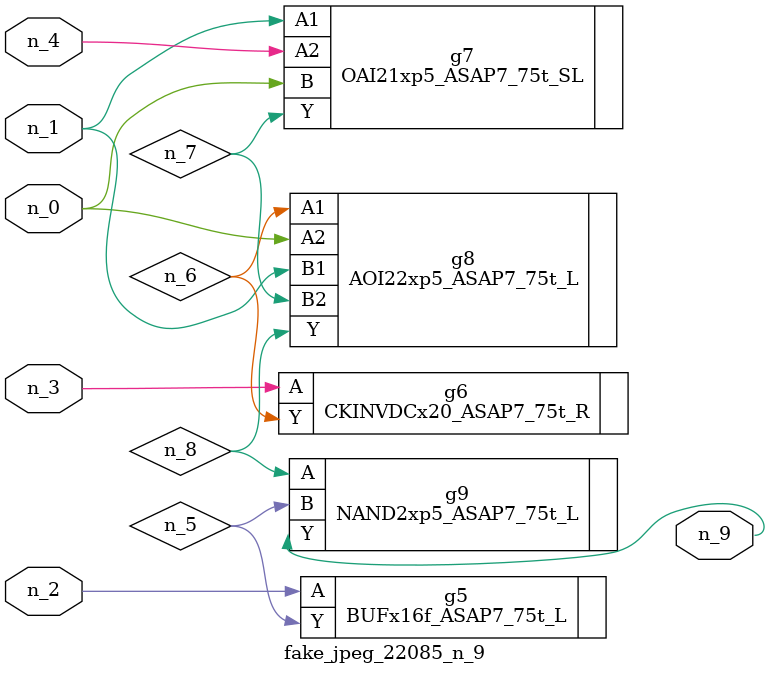
<source format=v>
module fake_jpeg_22085_n_9 (n_3, n_2, n_1, n_0, n_4, n_9);

input n_3;
input n_2;
input n_1;
input n_0;
input n_4;

output n_9;

wire n_8;
wire n_6;
wire n_5;
wire n_7;

BUFx16f_ASAP7_75t_L g5 ( 
.A(n_2),
.Y(n_5)
);

CKINVDCx20_ASAP7_75t_R g6 ( 
.A(n_3),
.Y(n_6)
);

OAI21xp5_ASAP7_75t_SL g7 ( 
.A1(n_1),
.A2(n_4),
.B(n_0),
.Y(n_7)
);

AOI22xp5_ASAP7_75t_L g8 ( 
.A1(n_6),
.A2(n_0),
.B1(n_1),
.B2(n_7),
.Y(n_8)
);

NAND2xp5_ASAP7_75t_L g9 ( 
.A(n_8),
.B(n_5),
.Y(n_9)
);


endmodule
</source>
